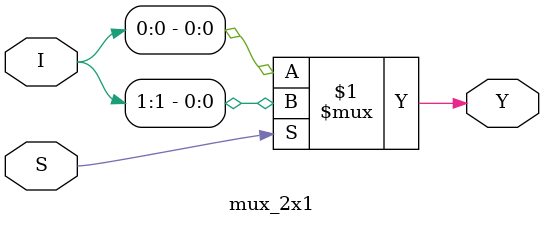
<source format=sv>
module mux_2x1(Y,I,S);
  
  input [1:0] I;
  input S;
  output Y;
  
  assign Y = S?I[1]:I[0];
  
endmodule

</source>
